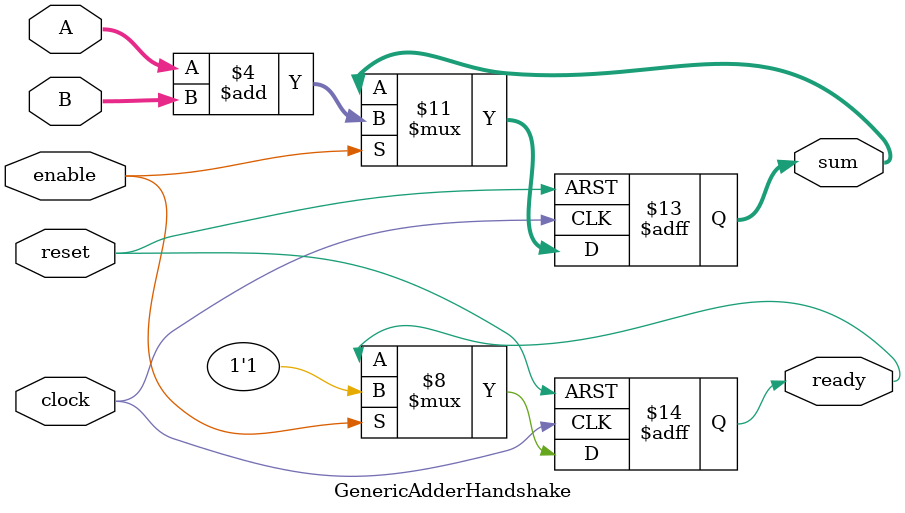
<source format=v>
`timescale 1ns / 1ps
module GenericAdderHandshake(clock,reset,A,B,enable,sum,ready);

parameter Abitwidth=21;
parameter Bbitwidth=21;
parameter Sbitwidth=22;

input clock;
input reset;
input[Abitwidth-1:0] A;
input[Bbitwidth-1:0] B;
input enable;
output reg[Sbitwidth-1:0] sum=0;
output reg ready=0;

always@(posedge clock or posedge reset)begin
	
	if(reset == 1)begin
		sum = 0;
		ready = 0;
	end
	else begin
		if(enable == 1)begin
			sum = A + B;
			ready = 1;
		end
		else begin
			sum = sum;
			ready = ready;
		end
	end
	
end

endmodule

</source>
